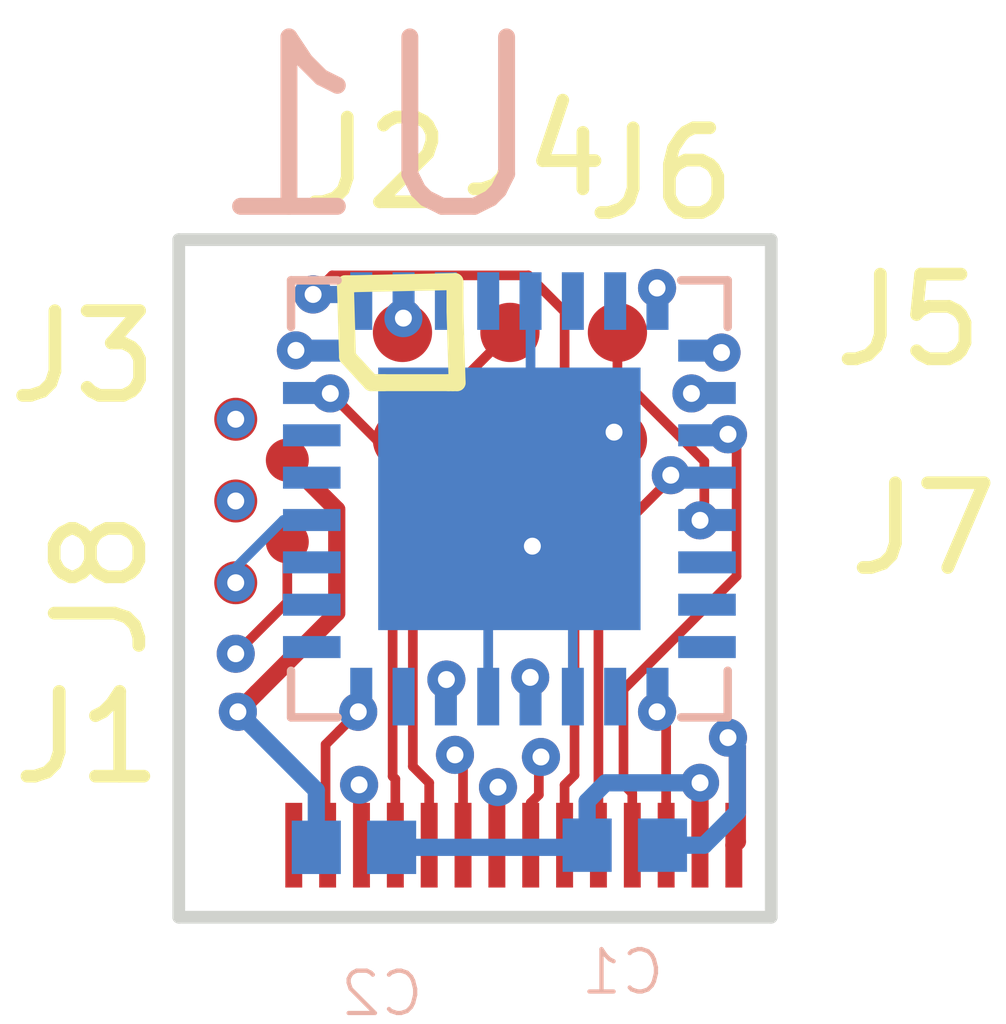
<source format=kicad_pcb>
(kicad_pcb (version 20171130) (host pcbnew "(5.0.1)-3")

  (general
    (thickness 1.6)
    (drawings 15)
    (tracks 165)
    (zones 0)
    (modules 11)
    (nets 31)
  )

  (page A4)
  (layers
    (0 F.Cu signal)
    (1 In1.Cu signal)
    (2 In2.Cu signal)
    (31 B.Cu signal)
    (32 B.Adhes user)
    (33 F.Adhes user)
    (34 B.Paste user)
    (35 F.Paste user)
    (36 B.SilkS user)
    (37 F.SilkS user)
    (38 B.Mask user)
    (39 F.Mask user)
    (40 Dwgs.User user)
    (41 Cmts.User user)
    (42 Eco1.User user)
    (43 Eco2.User user)
    (44 Edge.Cuts user)
    (45 Margin user)
    (46 B.CrtYd user)
    (47 F.CrtYd user)
    (48 B.Fab user hide)
    (49 F.Fab user hide)
  )

  (setup
    (last_trace_width 0.2032)
    (user_trace_width 0.1143)
    (user_trace_width 0.2032)
    (user_trace_width 0.3048)
    (trace_clearance 0.1143)
    (zone_clearance 0.508)
    (zone_45_only no)
    (trace_min 0.1143)
    (segment_width 0.2)
    (edge_width 0.15)
    (via_size 0.45)
    (via_drill 0.2)
    (via_min_size 0.45)
    (via_min_drill 0.2)
    (uvia_size 0.3)
    (uvia_drill 0.1)
    (uvias_allowed no)
    (uvia_min_size 0.2)
    (uvia_min_drill 0.1)
    (pcb_text_width 0.3)
    (pcb_text_size 1.5 1.5)
    (mod_edge_width 0.15)
    (mod_text_size 1 1)
    (mod_text_width 0.15)
    (pad_size 1.524 1.524)
    (pad_drill 0.762)
    (pad_to_mask_clearance 0.051)
    (solder_mask_min_width 0.25)
    (aux_axis_origin 0 0)
    (visible_elements 7FFFFFFF)
    (pcbplotparams
      (layerselection 0x010fc_ffffffff)
      (usegerberextensions false)
      (usegerberattributes false)
      (usegerberadvancedattributes false)
      (creategerberjobfile false)
      (excludeedgelayer true)
      (linewidth 0.100000)
      (plotframeref false)
      (viasonmask false)
      (mode 1)
      (useauxorigin false)
      (hpglpennumber 1)
      (hpglpenspeed 20)
      (hpglpendiameter 15.000000)
      (psnegative false)
      (psa4output false)
      (plotreference true)
      (plotvalue true)
      (plotinvisibletext false)
      (padsonsilk false)
      (subtractmaskfromsilk false)
      (outputformat 1)
      (mirror false)
      (drillshape 0)
      (scaleselection 1)
      (outputdirectory ""))
  )

  (net 0 "")
  (net 1 "Net-(U1-Pad2)")
  (net 2 "Net-(U1-Pad7)")
  (net 3 "Net-(U1-Pad9)")
  (net 4 "Net-(U1-Pad10)")
  (net 5 "Net-(U1-Pad11)")
  (net 6 "Net-(U1-Pad14)")
  (net 7 "Net-(U1-Pad19)")
  (net 8 "Net-(U1-Pad20)")
  (net 9 "Net-(U1-Pad22)")
  (net 10 "Net-(U1-Pad23)")
  (net 11 "Net-(U1-Pad30)")
  (net 12 "Net-(U1-Pad31)")
  (net 13 "Net-(U1-Pad32)")
  (net 14 GND)
  (net 15 +1V8)
  (net 16 +5V)
  (net 17 /LED)
  (net 18 +3V3)
  (net 19 /MOSI)
  (net 20 /MISO)
  (net 21 /MONITOR0)
  (net 22 /TRIGGER0)
  (net 23 /RESET_N)
  (net 24 /SCLK)
  (net 25 /SCL)
  (net 26 /SDA)
  (net 27 /SS_N)
  (net 28 /ENT1)
  (net 29 /ENT2)
  (net 30 /RESET_N_ISP)

  (net_class Default "This is the default net class."
    (clearance 0.1143)
    (trace_width 0.1143)
    (via_dia 0.45)
    (via_drill 0.2)
    (uvia_dia 0.3)
    (uvia_drill 0.1)
    (add_net +1V8)
    (add_net +3V3)
    (add_net +5V)
    (add_net /ENT1)
    (add_net /ENT2)
    (add_net /LED)
    (add_net /MISO)
    (add_net /MONITOR0)
    (add_net /MOSI)
    (add_net /RESET_N)
    (add_net /RESET_N_ISP)
    (add_net /SCL)
    (add_net /SCLK)
    (add_net /SDA)
    (add_net /SS_N)
    (add_net /TRIGGER0)
    (add_net GND)
    (add_net "Net-(U1-Pad10)")
    (add_net "Net-(U1-Pad11)")
    (add_net "Net-(U1-Pad14)")
    (add_net "Net-(U1-Pad19)")
    (add_net "Net-(U1-Pad2)")
    (add_net "Net-(U1-Pad20)")
    (add_net "Net-(U1-Pad22)")
    (add_net "Net-(U1-Pad23)")
    (add_net "Net-(U1-Pad30)")
    (add_net "Net-(U1-Pad31)")
    (add_net "Net-(U1-Pad32)")
    (add_net "Net-(U1-Pad7)")
    (add_net "Net-(U1-Pad9)")
  )

  (module .Capacitor:C_0402_1005Metric_L (layer B.Cu) (tedit 5C18ACF7) (tstamp 5C30FAF9)
    (at 52.07 57.1754 180)
    (descr "Capacitor, Chip; 1.00 mm L X 0.50 mm W X 0.65 mm H body")
    (path /5C425BE6)
    (attr smd)
    (fp_text reference C1 (at 0 0 180) (layer B.Fab)
      (effects (font (size 1 1) (thickness 0.1)) (justify mirror))
    )
    (fp_text value GRM155R71A104JA01D (at 0 0 180) (layer B.Fab)
      (effects (font (size 1.2 1.2) (thickness 0.12)) (justify mirror))
    )
    (fp_text user %R (at -3.175 -1.4732 180) (layer B.SilkS)
      (effects (font (size 0.5 0.5) (thickness 0.05)) (justify mirror))
    )
    (fp_line (start -0.25 0.25) (end -0.25 -0.25) (layer Dwgs.User) (width 0.025))
    (fp_line (start -0.25 -0.25) (end -0.5 -0.25) (layer Dwgs.User) (width 0.025))
    (fp_line (start -0.5 -0.25) (end -0.5 0.25) (layer Dwgs.User) (width 0.025))
    (fp_line (start -0.5 0.25) (end -0.25 0.25) (layer Dwgs.User) (width 0.025))
    (fp_line (start 0.25 -0.25) (end 0.25 0.25) (layer Dwgs.User) (width 0.025))
    (fp_line (start 0.25 0.25) (end 0.5 0.25) (layer Dwgs.User) (width 0.025))
    (fp_line (start 0.5 0.25) (end 0.5 -0.25) (layer Dwgs.User) (width 0.025))
    (fp_line (start 0.5 -0.25) (end 0.25 -0.25) (layer Dwgs.User) (width 0.025))
    (fp_line (start -0.5 -0.25) (end -0.5 0.25) (layer Dwgs.User) (width 0.025))
    (fp_line (start -0.5 0.25) (end 0.5 0.25) (layer Dwgs.User) (width 0.025))
    (fp_line (start 0.5 0.25) (end 0.5 -0.25) (layer Dwgs.User) (width 0.025))
    (fp_line (start 0.5 -0.25) (end -0.5 -0.25) (layer Dwgs.User) (width 0.025))
    (fp_line (start -0.58 -0.33) (end -0.58 0.33) (layer B.Fab) (width 0.12))
    (fp_line (start -0.58 0.33) (end 0.58 0.33) (layer B.Fab) (width 0.12))
    (fp_line (start 0.58 0.33) (end 0.58 -0.33) (layer B.Fab) (width 0.12))
    (fp_line (start 0.58 -0.33) (end -0.58 -0.33) (layer B.Fab) (width 0.12))
    (fp_line (start -0.84 -0.43) (end -0.84 0.43) (layer B.CrtYd) (width 0.05))
    (fp_line (start -0.84 0.43) (end 0.84 0.43) (layer B.CrtYd) (width 0.05))
    (fp_line (start 0.84 0.43) (end 0.84 -0.43) (layer B.CrtYd) (width 0.05))
    (fp_line (start 0.84 -0.43) (end -0.84 -0.43) (layer B.CrtYd) (width 0.05))
    (fp_circle (center 0 0) (end 0 -0.1612) (layer B.CrtYd) (width 0.05))
    (fp_line (start 0.215 0) (end -0.215 0) (layer B.CrtYd) (width 0.05))
    (fp_line (start 0 0.215) (end 0 -0.215) (layer B.CrtYd) (width 0.05))
    (pad 1 smd rect (at -0.445 0 180) (size 0.58 0.63) (layers B.Cu B.Paste B.Mask)
      (net 15 +1V8))
    (pad 2 smd rect (at 0.445 0 180) (size 0.58 0.63) (layers B.Cu B.Paste B.Mask)
      (net 14 GND))
    (model ${KICAD_AHARONI_LAB}/Modules/Capacitor.pretty/C_0402_1005Metric_L.STEP
      (at (xyz 0 0 0))
      (scale (xyz 1 1 1))
      (rotate (xyz -90 0 0))
    )
  )

  (module .Connector:B2B_Flex_14_Single_Row_200x1000_Pad_400P (layer F.Cu) (tedit 5C2FE4A0) (tstamp 5C30E49A)
    (at 51.3588 57.15)
    (path /5C2C7B11)
    (fp_text reference J1 (at -2.4384 -1.27) (layer F.SilkS)
      (effects (font (size 1 1) (thickness 0.15)))
    )
    (fp_text value Conn_01x14 (at 0.3556 3.048) (layer F.Fab)
      (effects (font (size 1 1) (thickness 0.15)))
    )
    (pad 1 smd rect (at 0 0) (size 0.2 1) (layers F.Cu F.Paste F.Mask)
      (net 16 +5V) (zone_connect 0))
    (pad 2 smd rect (at 0.4 0) (size 0.2 1) (layers F.Cu F.Paste F.Mask)
      (net 17 /LED) (zone_connect 0))
    (pad 3 smd rect (at 0.8 0) (size 0.2 1) (layers F.Cu F.Paste F.Mask)
      (net 18 +3V3) (zone_connect 0))
    (pad 4 smd rect (at 1.2 0) (size 0.2 1) (layers F.Cu F.Paste F.Mask)
      (net 19 /MOSI) (zone_connect 0))
    (pad 5 smd rect (at 1.6 0) (size 0.2 1) (layers F.Cu F.Paste F.Mask)
      (net 20 /MISO) (zone_connect 0))
    (pad 6 smd rect (at 2 0) (size 0.2 1) (layers F.Cu F.Paste F.Mask)
      (net 21 /MONITOR0) (zone_connect 0))
    (pad 7 smd rect (at 2.4 0) (size 0.2 1) (layers F.Cu F.Paste F.Mask)
      (net 22 /TRIGGER0) (zone_connect 0))
    (pad 8 smd rect (at 2.8 0) (size 0.2 1) (layers F.Cu F.Paste F.Mask)
      (net 23 /RESET_N) (zone_connect 0))
    (pad 9 smd rect (at 3.2 0) (size 0.2 1) (layers F.Cu F.Paste F.Mask)
      (net 24 /SCLK) (zone_connect 0))
    (pad 10 smd rect (at 3.6 0) (size 0.2 1) (layers F.Cu F.Paste F.Mask)
      (net 25 /SCL) (zone_connect 0))
    (pad 11 smd rect (at 4 0) (size 0.2 1) (layers F.Cu F.Paste F.Mask)
      (net 26 /SDA) (zone_connect 0))
    (pad 12 smd rect (at 4.4 0) (size 0.2 1) (layers F.Cu F.Paste F.Mask)
      (net 27 /SS_N) (zone_connect 0))
    (pad 13 smd rect (at 4.8 0) (size 0.2 1) (layers F.Cu F.Paste F.Mask)
      (net 15 +1V8) (zone_connect 0))
    (pad 14 smd rect (at 5.2 0) (size 0.2 1) (layers F.Cu F.Paste F.Mask)
      (net 14 GND) (zone_connect 0))
  )

  (module .Connector:B2B_Flex_05_Dual_Row_38milx24mil_Pad_20mil (layer F.Cu) (tedit 5C2DBA66) (tstamp 5C2DE2A5)
    (at 50.673 54.0512 90)
    (path /5C2E8093)
    (fp_text reference J8 (at -0.0254 -1.6002 90) (layer F.SilkS)
      (effects (font (size 1 1) (thickness 0.15)))
    )
    (fp_text value Conn_01x05 (at 0.3556 3.048 90) (layer F.Fab)
      (effects (font (size 1 1) (thickness 0.15)))
    )
    (pad 1 smd circle (at 0 0 90) (size 0.508 0.508) (layers F.Cu F.Paste F.Mask)
      (net 28 /ENT1) (zone_connect 0))
    (pad 2 smd circle (at 0.482599 0.6096 90) (size 0.508 0.508) (layers F.Cu F.Paste F.Mask)
      (net 25 /SCL) (zone_connect 0))
    (pad 3 smd circle (at 0.965199 0 90) (size 0.508 0.508) (layers F.Cu F.Paste F.Mask)
      (net 26 /SDA) (zone_connect 0))
    (pad 4 smd circle (at 1.447798 0.6096 90) (size 0.508 0.508) (layers F.Cu F.Paste F.Mask)
      (net 14 GND) (zone_connect 0))
    (pad 5 smd circle (at 1.930398 0 90) (size 0.508 0.508) (layers F.Cu F.Paste F.Mask)
      (net 18 +3V3) (zone_connect 0))
  )

  (module .Connector:Conn_1x1_700_Circular_Pad (layer F.Cu) (tedit 5C2DB783) (tstamp 5C30EA6C)
    (at 55.1832 52.3654)
    (path /5C2E36BD)
    (fp_text reference J7 (at 3.6178 1.0508) (layer F.SilkS)
      (effects (font (size 1 1) (thickness 0.15)))
    )
    (fp_text value Conn_01x01 (at 0 -0.5) (layer F.Fab)
      (effects (font (size 1 1) (thickness 0.15)))
    )
    (pad 1 smd circle (at 0 0) (size 0.7 0.7) (layers F.Cu F.Paste F.Mask)
      (net 14 GND))
  )

  (module .Connector:Conn_1x1_700_Circular_Pad (layer F.Cu) (tedit 5C2DB783) (tstamp 5C30EA78)
    (at 55.1832 51.0954)
    (path /5C2E369B)
    (fp_text reference J6 (at 0.519 -1.8702) (layer F.SilkS)
      (effects (font (size 1 1) (thickness 0.15)))
    )
    (fp_text value Conn_01x01 (at 0 -0.5) (layer F.Fab)
      (effects (font (size 1 1) (thickness 0.15)))
    )
    (pad 1 smd circle (at 0 0) (size 0.7 0.7) (layers F.Cu F.Paste F.Mask)
      (net 30 /RESET_N_ISP))
  )

  (module .Connector:Conn_1x1_700_Circular_Pad (layer F.Cu) (tedit 5C2DB783) (tstamp 5C30EA60)
    (at 53.9132 52.3654)
    (path /5C2E364B)
    (fp_text reference J5 (at 4.71 -1.413) (layer F.SilkS)
      (effects (font (size 1 1) (thickness 0.15)))
    )
    (fp_text value Conn_01x01 (at 0 -0.5) (layer F.Fab)
      (effects (font (size 1 1) (thickness 0.15)))
    )
    (pad 1 smd circle (at 0 0) (size 0.7 0.7) (layers F.Cu F.Paste F.Mask)
      (net 24 /SCLK))
  )

  (module .Connector:Conn_1x1_700_Circular_Pad (layer F.Cu) (tedit 5C2DB783) (tstamp 5C30EA3C)
    (at 53.9132 51.0954)
    (path /5C2E357E)
    (fp_text reference J4 (at 0.2904 -2.1496) (layer F.SilkS)
      (effects (font (size 1 1) (thickness 0.15)))
    )
    (fp_text value Conn_01x01 (at 0 -0.5) (layer F.Fab)
      (effects (font (size 1 1) (thickness 0.15)))
    )
    (pad 1 smd circle (at 0 0) (size 0.7 0.7) (layers F.Cu F.Paste F.Mask)
      (net 20 /MISO))
  )

  (module .Connector:Conn_1x1_700_Circular_Pad (layer F.Cu) (tedit 5C2DB783) (tstamp 5C30EA54)
    (at 52.6432 52.3654)
    (path /5C2E360D)
    (fp_text reference J3 (at -3.7736 -0.9812) (layer F.SilkS)
      (effects (font (size 1 1) (thickness 0.15)))
    )
    (fp_text value Conn_01x01 (at 0 -0.5) (layer F.Fab)
      (effects (font (size 1 1) (thickness 0.15)))
    )
    (pad 1 smd circle (at 0 0) (size 0.7 0.7) (layers F.Cu F.Paste F.Mask)
      (net 19 /MOSI))
  )

  (module .Connector:Conn_1x1_700_Circular_Pad (layer F.Cu) (tedit 5C2DB783) (tstamp 5C30EA48)
    (at 52.6432 51.0954)
    (path /5C2E362D)
    (fp_text reference J2 (at -0.3192 -1.9972) (layer F.SilkS)
      (effects (font (size 1 1) (thickness 0.15)))
    )
    (fp_text value Conn_01x01 (at 0 -0.5) (layer F.Fab)
      (effects (font (size 1 1) (thickness 0.15)))
    )
    (pad 1 smd circle (at 0 0) (size 0.7 0.7) (layers F.Cu F.Paste F.Mask)
      (net 15 +1V8))
  )

  (module .Capacitor:C_0402_1005Metric_L (layer B.Cu) (tedit 5C18ACF7) (tstamp 5C2DB6CE)
    (at 55.2704 57.15)
    (descr "Capacitor, Chip; 1.00 mm L X 0.50 mm W X 0.65 mm H body")
    (path /5C2DAF0A)
    (attr smd)
    (fp_text reference C2 (at 0 0) (layer B.Fab)
      (effects (font (size 1 1) (thickness 0.1)) (justify mirror))
    )
    (fp_text value GRM155R60J475ME87D (at 0 0) (layer B.Fab)
      (effects (font (size 1.2 1.2) (thickness 0.12)) (justify mirror))
    )
    (fp_text user %R (at -2.8702 1.7526) (layer B.SilkS)
      (effects (font (size 0.5 0.5) (thickness 0.05)) (justify mirror))
    )
    (fp_line (start -0.25 0.25) (end -0.25 -0.25) (layer Dwgs.User) (width 0.025))
    (fp_line (start -0.25 -0.25) (end -0.5 -0.25) (layer Dwgs.User) (width 0.025))
    (fp_line (start -0.5 -0.25) (end -0.5 0.25) (layer Dwgs.User) (width 0.025))
    (fp_line (start -0.5 0.25) (end -0.25 0.25) (layer Dwgs.User) (width 0.025))
    (fp_line (start 0.25 -0.25) (end 0.25 0.25) (layer Dwgs.User) (width 0.025))
    (fp_line (start 0.25 0.25) (end 0.5 0.25) (layer Dwgs.User) (width 0.025))
    (fp_line (start 0.5 0.25) (end 0.5 -0.25) (layer Dwgs.User) (width 0.025))
    (fp_line (start 0.5 -0.25) (end 0.25 -0.25) (layer Dwgs.User) (width 0.025))
    (fp_line (start -0.5 -0.25) (end -0.5 0.25) (layer Dwgs.User) (width 0.025))
    (fp_line (start -0.5 0.25) (end 0.5 0.25) (layer Dwgs.User) (width 0.025))
    (fp_line (start 0.5 0.25) (end 0.5 -0.25) (layer Dwgs.User) (width 0.025))
    (fp_line (start 0.5 -0.25) (end -0.5 -0.25) (layer Dwgs.User) (width 0.025))
    (fp_line (start -0.58 -0.33) (end -0.58 0.33) (layer B.Fab) (width 0.12))
    (fp_line (start -0.58 0.33) (end 0.58 0.33) (layer B.Fab) (width 0.12))
    (fp_line (start 0.58 0.33) (end 0.58 -0.33) (layer B.Fab) (width 0.12))
    (fp_line (start 0.58 -0.33) (end -0.58 -0.33) (layer B.Fab) (width 0.12))
    (fp_line (start -0.84 -0.43) (end -0.84 0.43) (layer B.CrtYd) (width 0.05))
    (fp_line (start -0.84 0.43) (end 0.84 0.43) (layer B.CrtYd) (width 0.05))
    (fp_line (start 0.84 0.43) (end 0.84 -0.43) (layer B.CrtYd) (width 0.05))
    (fp_line (start 0.84 -0.43) (end -0.84 -0.43) (layer B.CrtYd) (width 0.05))
    (fp_circle (center 0 0) (end 0 -0.1612) (layer B.CrtYd) (width 0.05))
    (fp_line (start 0.215 0) (end -0.215 0) (layer B.CrtYd) (width 0.05))
    (fp_line (start 0 0.215) (end 0 -0.215) (layer B.CrtYd) (width 0.05))
    (pad 1 smd rect (at -0.445 0) (size 0.58 0.63) (layers B.Cu B.Paste B.Mask)
      (net 15 +1V8))
    (pad 2 smd rect (at 0.445 0) (size 0.58 0.63) (layers B.Cu B.Paste B.Mask)
      (net 14 GND))
    (model ${KICAD_AHARONI_LAB}/Modules/Capacitor.pretty/C_0402_1005Metric_L.STEP
      (at (xyz 0 0 0))
      (scale (xyz 1 1 1))
      (rotate (xyz -90 0 0))
    )
  )

  (module .Package_QFN:QFN_33_P50_500X500X80L40X24T310L (layer B.Cu) (tedit 5C271DC0) (tstamp 5C30FCFB)
    (at 53.9064 53.0606 180)
    (descr "Quad Flat No-Lead (QFN with Tab), 0.50 mm pitch; square, 8 pin X 8 pin, 5.00 mm L X 5.00 mm W X 0.80 mm H body")
    (path /5C2C7ABA)
    (attr smd)
    (fp_text reference U1 (at 0 0 180) (layer B.Fab)
      (effects (font (size 1 1) (thickness 0.1)) (justify mirror))
    )
    (fp_text value ATmega328-MU (at 0 0 180) (layer B.Fab)
      (effects (font (size 1.2 1.2) (thickness 0.12)) (justify mirror))
    )
    (fp_text user %R (at 1.557 4.3688 180) (layer B.SilkS)
      (effects (font (size 2 2) (thickness 0.2)) (justify mirror))
    )
    (fp_line (start -1.87 -2.1) (end -1.63 -2.1) (layer Dwgs.User) (width 0.025))
    (fp_line (start -1.63 -2.1) (end -1.63 -2.5) (layer Dwgs.User) (width 0.025))
    (fp_line (start -1.63 -2.5) (end -1.87 -2.5) (layer Dwgs.User) (width 0.025))
    (fp_line (start -1.87 -2.5) (end -1.87 -2.1) (layer Dwgs.User) (width 0.025))
    (fp_line (start -1.37 -2.1) (end -1.13 -2.1) (layer Dwgs.User) (width 0.025))
    (fp_line (start -1.13 -2.1) (end -1.13 -2.5) (layer Dwgs.User) (width 0.025))
    (fp_line (start -1.13 -2.5) (end -1.37 -2.5) (layer Dwgs.User) (width 0.025))
    (fp_line (start -1.37 -2.5) (end -1.37 -2.1) (layer Dwgs.User) (width 0.025))
    (fp_line (start -0.87 -2.1) (end -0.63 -2.1) (layer Dwgs.User) (width 0.025))
    (fp_line (start -0.63 -2.1) (end -0.63 -2.5) (layer Dwgs.User) (width 0.025))
    (fp_line (start -0.63 -2.5) (end -0.87 -2.5) (layer Dwgs.User) (width 0.025))
    (fp_line (start -0.87 -2.5) (end -0.87 -2.1) (layer Dwgs.User) (width 0.025))
    (fp_line (start -0.37 -2.1) (end -0.13 -2.1) (layer Dwgs.User) (width 0.025))
    (fp_line (start -0.13 -2.1) (end -0.13 -2.5) (layer Dwgs.User) (width 0.025))
    (fp_line (start -0.13 -2.5) (end -0.37 -2.5) (layer Dwgs.User) (width 0.025))
    (fp_line (start -0.37 -2.5) (end -0.37 -2.1) (layer Dwgs.User) (width 0.025))
    (fp_line (start 0.13 -2.1) (end 0.37 -2.1) (layer Dwgs.User) (width 0.025))
    (fp_line (start 0.37 -2.1) (end 0.37 -2.5) (layer Dwgs.User) (width 0.025))
    (fp_line (start 0.37 -2.5) (end 0.13 -2.5) (layer Dwgs.User) (width 0.025))
    (fp_line (start 0.13 -2.5) (end 0.13 -2.1) (layer Dwgs.User) (width 0.025))
    (fp_line (start 0.63 -2.1) (end 0.87 -2.1) (layer Dwgs.User) (width 0.025))
    (fp_line (start 0.87 -2.1) (end 0.87 -2.5) (layer Dwgs.User) (width 0.025))
    (fp_line (start 0.87 -2.5) (end 0.63 -2.5) (layer Dwgs.User) (width 0.025))
    (fp_line (start 0.63 -2.5) (end 0.63 -2.1) (layer Dwgs.User) (width 0.025))
    (fp_line (start 1.13 -2.1) (end 1.37 -2.1) (layer Dwgs.User) (width 0.025))
    (fp_line (start 1.37 -2.1) (end 1.37 -2.5) (layer Dwgs.User) (width 0.025))
    (fp_line (start 1.37 -2.5) (end 1.13 -2.5) (layer Dwgs.User) (width 0.025))
    (fp_line (start 1.13 -2.5) (end 1.13 -2.1) (layer Dwgs.User) (width 0.025))
    (fp_line (start 1.63 -2.1) (end 1.87 -2.1) (layer Dwgs.User) (width 0.025))
    (fp_line (start 1.87 -2.1) (end 1.87 -2.5) (layer Dwgs.User) (width 0.025))
    (fp_line (start 1.87 -2.5) (end 1.63 -2.5) (layer Dwgs.User) (width 0.025))
    (fp_line (start 1.63 -2.5) (end 1.63 -2.1) (layer Dwgs.User) (width 0.025))
    (fp_line (start 2.1 -1.87) (end 2.1 -1.63) (layer Dwgs.User) (width 0.025))
    (fp_line (start 2.1 -1.63) (end 2.5 -1.63) (layer Dwgs.User) (width 0.025))
    (fp_line (start 2.5 -1.63) (end 2.5 -1.87) (layer Dwgs.User) (width 0.025))
    (fp_line (start 2.5 -1.87) (end 2.1 -1.87) (layer Dwgs.User) (width 0.025))
    (fp_line (start 2.1 -1.37) (end 2.1 -1.13) (layer Dwgs.User) (width 0.025))
    (fp_line (start 2.1 -1.13) (end 2.5 -1.13) (layer Dwgs.User) (width 0.025))
    (fp_line (start 2.5 -1.13) (end 2.5 -1.37) (layer Dwgs.User) (width 0.025))
    (fp_line (start 2.5 -1.37) (end 2.1 -1.37) (layer Dwgs.User) (width 0.025))
    (fp_line (start 2.1 -0.87) (end 2.1 -0.63) (layer Dwgs.User) (width 0.025))
    (fp_line (start 2.1 -0.63) (end 2.5 -0.63) (layer Dwgs.User) (width 0.025))
    (fp_line (start 2.5 -0.63) (end 2.5 -0.87) (layer Dwgs.User) (width 0.025))
    (fp_line (start 2.5 -0.87) (end 2.1 -0.87) (layer Dwgs.User) (width 0.025))
    (fp_line (start 2.1 -0.37) (end 2.1 -0.13) (layer Dwgs.User) (width 0.025))
    (fp_line (start 2.1 -0.13) (end 2.5 -0.13) (layer Dwgs.User) (width 0.025))
    (fp_line (start 2.5 -0.13) (end 2.5 -0.37) (layer Dwgs.User) (width 0.025))
    (fp_line (start 2.5 -0.37) (end 2.1 -0.37) (layer Dwgs.User) (width 0.025))
    (fp_line (start 2.1 0.13) (end 2.1 0.37) (layer Dwgs.User) (width 0.025))
    (fp_line (start 2.1 0.37) (end 2.5 0.37) (layer Dwgs.User) (width 0.025))
    (fp_line (start 2.5 0.37) (end 2.5 0.13) (layer Dwgs.User) (width 0.025))
    (fp_line (start 2.5 0.13) (end 2.1 0.13) (layer Dwgs.User) (width 0.025))
    (fp_line (start 2.1 0.63) (end 2.1 0.87) (layer Dwgs.User) (width 0.025))
    (fp_line (start 2.1 0.87) (end 2.5 0.87) (layer Dwgs.User) (width 0.025))
    (fp_line (start 2.5 0.87) (end 2.5 0.63) (layer Dwgs.User) (width 0.025))
    (fp_line (start 2.5 0.63) (end 2.1 0.63) (layer Dwgs.User) (width 0.025))
    (fp_line (start 2.1 1.13) (end 2.1 1.37) (layer Dwgs.User) (width 0.025))
    (fp_line (start 2.1 1.37) (end 2.5 1.37) (layer Dwgs.User) (width 0.025))
    (fp_line (start 2.5 1.37) (end 2.5 1.13) (layer Dwgs.User) (width 0.025))
    (fp_line (start 2.5 1.13) (end 2.1 1.13) (layer Dwgs.User) (width 0.025))
    (fp_line (start 2.1 1.63) (end 2.1 1.87) (layer Dwgs.User) (width 0.025))
    (fp_line (start 2.1 1.87) (end 2.5 1.87) (layer Dwgs.User) (width 0.025))
    (fp_line (start 2.5 1.87) (end 2.5 1.63) (layer Dwgs.User) (width 0.025))
    (fp_line (start 2.5 1.63) (end 2.1 1.63) (layer Dwgs.User) (width 0.025))
    (fp_line (start 1.87 2.1) (end 1.63 2.1) (layer Dwgs.User) (width 0.025))
    (fp_line (start 1.63 2.1) (end 1.63 2.5) (layer Dwgs.User) (width 0.025))
    (fp_line (start 1.63 2.5) (end 1.87 2.5) (layer Dwgs.User) (width 0.025))
    (fp_line (start 1.87 2.5) (end 1.87 2.1) (layer Dwgs.User) (width 0.025))
    (fp_line (start 1.37 2.1) (end 1.13 2.1) (layer Dwgs.User) (width 0.025))
    (fp_line (start 1.13 2.1) (end 1.13 2.5) (layer Dwgs.User) (width 0.025))
    (fp_line (start 1.13 2.5) (end 1.37 2.5) (layer Dwgs.User) (width 0.025))
    (fp_line (start 1.37 2.5) (end 1.37 2.1) (layer Dwgs.User) (width 0.025))
    (fp_line (start 0.87 2.1) (end 0.63 2.1) (layer Dwgs.User) (width 0.025))
    (fp_line (start 0.63 2.1) (end 0.63 2.5) (layer Dwgs.User) (width 0.025))
    (fp_line (start 0.63 2.5) (end 0.87 2.5) (layer Dwgs.User) (width 0.025))
    (fp_line (start 0.87 2.5) (end 0.87 2.1) (layer Dwgs.User) (width 0.025))
    (fp_line (start 0.37 2.1) (end 0.13 2.1) (layer Dwgs.User) (width 0.025))
    (fp_line (start 0.13 2.1) (end 0.13 2.5) (layer Dwgs.User) (width 0.025))
    (fp_line (start 0.13 2.5) (end 0.37 2.5) (layer Dwgs.User) (width 0.025))
    (fp_line (start 0.37 2.5) (end 0.37 2.1) (layer Dwgs.User) (width 0.025))
    (fp_line (start -0.13 2.1) (end -0.37 2.1) (layer Dwgs.User) (width 0.025))
    (fp_line (start -0.37 2.1) (end -0.37 2.5) (layer Dwgs.User) (width 0.025))
    (fp_line (start -0.37 2.5) (end -0.13 2.5) (layer Dwgs.User) (width 0.025))
    (fp_line (start -0.13 2.5) (end -0.13 2.1) (layer Dwgs.User) (width 0.025))
    (fp_line (start -0.63 2.1) (end -0.87 2.1) (layer Dwgs.User) (width 0.025))
    (fp_line (start -0.87 2.1) (end -0.87 2.5) (layer Dwgs.User) (width 0.025))
    (fp_line (start -0.87 2.5) (end -0.63 2.5) (layer Dwgs.User) (width 0.025))
    (fp_line (start -0.63 2.5) (end -0.63 2.1) (layer Dwgs.User) (width 0.025))
    (fp_line (start -1.13 2.1) (end -1.37 2.1) (layer Dwgs.User) (width 0.025))
    (fp_line (start -1.37 2.1) (end -1.37 2.5) (layer Dwgs.User) (width 0.025))
    (fp_line (start -1.37 2.5) (end -1.13 2.5) (layer Dwgs.User) (width 0.025))
    (fp_line (start -1.13 2.5) (end -1.13 2.1) (layer Dwgs.User) (width 0.025))
    (fp_line (start -1.63 2.1) (end -1.87 2.1) (layer Dwgs.User) (width 0.025))
    (fp_line (start -1.87 2.1) (end -1.87 2.5) (layer Dwgs.User) (width 0.025))
    (fp_line (start -1.87 2.5) (end -1.63 2.5) (layer Dwgs.User) (width 0.025))
    (fp_line (start -1.63 2.5) (end -1.63 2.1) (layer Dwgs.User) (width 0.025))
    (fp_line (start -2.1 1.87) (end -2.1 1.63) (layer Dwgs.User) (width 0.025))
    (fp_line (start -2.1 1.63) (end -2.5 1.63) (layer Dwgs.User) (width 0.025))
    (fp_line (start -2.5 1.63) (end -2.5 1.87) (layer Dwgs.User) (width 0.025))
    (fp_line (start -2.5 1.87) (end -2.1 1.87) (layer Dwgs.User) (width 0.025))
    (fp_line (start -2.1 1.37) (end -2.1 1.13) (layer Dwgs.User) (width 0.025))
    (fp_line (start -2.1 1.13) (end -2.5 1.13) (layer Dwgs.User) (width 0.025))
    (fp_line (start -2.5 1.13) (end -2.5 1.37) (layer Dwgs.User) (width 0.025))
    (fp_line (start -2.5 1.37) (end -2.1 1.37) (layer Dwgs.User) (width 0.025))
    (fp_line (start -2.1 0.87) (end -2.1 0.63) (layer Dwgs.User) (width 0.025))
    (fp_line (start -2.1 0.63) (end -2.5 0.63) (layer Dwgs.User) (width 0.025))
    (fp_line (start -2.5 0.63) (end -2.5 0.87) (layer Dwgs.User) (width 0.025))
    (fp_line (start -2.5 0.87) (end -2.1 0.87) (layer Dwgs.User) (width 0.025))
    (fp_line (start -2.1 0.37) (end -2.1 0.13) (layer Dwgs.User) (width 0.025))
    (fp_line (start -2.1 0.13) (end -2.5 0.13) (layer Dwgs.User) (width 0.025))
    (fp_line (start -2.5 0.13) (end -2.5 0.37) (layer Dwgs.User) (width 0.025))
    (fp_line (start -2.5 0.37) (end -2.1 0.37) (layer Dwgs.User) (width 0.025))
    (fp_line (start -2.1 -0.13) (end -2.1 -0.37) (layer Dwgs.User) (width 0.025))
    (fp_line (start -2.1 -0.37) (end -2.5 -0.37) (layer Dwgs.User) (width 0.025))
    (fp_line (start -2.5 -0.37) (end -2.5 -0.13) (layer Dwgs.User) (width 0.025))
    (fp_line (start -2.5 -0.13) (end -2.1 -0.13) (layer Dwgs.User) (width 0.025))
    (fp_line (start -2.1 -0.63) (end -2.1 -0.87) (layer Dwgs.User) (width 0.025))
    (fp_line (start -2.1 -0.87) (end -2.5 -0.87) (layer Dwgs.User) (width 0.025))
    (fp_line (start -2.5 -0.87) (end -2.5 -0.63) (layer Dwgs.User) (width 0.025))
    (fp_line (start -2.5 -0.63) (end -2.1 -0.63) (layer Dwgs.User) (width 0.025))
    (fp_line (start -2.1 -1.13) (end -2.1 -1.37) (layer Dwgs.User) (width 0.025))
    (fp_line (start -2.1 -1.37) (end -2.5 -1.37) (layer Dwgs.User) (width 0.025))
    (fp_line (start -2.5 -1.37) (end -2.5 -1.13) (layer Dwgs.User) (width 0.025))
    (fp_line (start -2.5 -1.13) (end -2.1 -1.13) (layer Dwgs.User) (width 0.025))
    (fp_line (start -2.1 -1.63) (end -2.1 -1.87) (layer Dwgs.User) (width 0.025))
    (fp_line (start -2.1 -1.87) (end -2.5 -1.87) (layer Dwgs.User) (width 0.025))
    (fp_line (start -2.5 -1.87) (end -2.5 -1.63) (layer Dwgs.User) (width 0.025))
    (fp_line (start -2.5 -1.63) (end -2.1 -1.63) (layer Dwgs.User) (width 0.025))
    (fp_line (start -1.2 -1.55) (end 1.55 -1.55) (layer Dwgs.User) (width 0.025))
    (fp_line (start 1.55 -1.55) (end 1.55 1.55) (layer Dwgs.User) (width 0.025))
    (fp_line (start 1.55 1.55) (end -1.55 1.55) (layer Dwgs.User) (width 0.025))
    (fp_line (start -1.55 1.55) (end -1.55 -1.2) (layer Dwgs.User) (width 0.025))
    (fp_line (start -1.55 -1.2) (end -1.2 -1.55) (layer Dwgs.User) (width 0.025))
    (fp_line (start -2.5 -2.5) (end -2.5 2.5) (layer Dwgs.User) (width 0.025))
    (fp_line (start -2.5 2.5) (end 2.5 2.5) (layer Dwgs.User) (width 0.025))
    (fp_line (start 2.5 2.5) (end 2.5 -2.5) (layer Dwgs.User) (width 0.025))
    (fp_line (start 2.5 -2.5) (end -2.5 -2.5) (layer Dwgs.User) (width 0.025))
    (fp_line (start -2.58 -2.58) (end -2.58 2.58) (layer B.Fab) (width 0.12))
    (fp_line (start -2.58 2.58) (end 2.58 2.58) (layer B.Fab) (width 0.12))
    (fp_line (start 2.58 2.58) (end 2.58 -2.58) (layer B.Fab) (width 0.12))
    (fp_line (start 2.58 -2.58) (end -2.58 -2.58) (layer B.Fab) (width 0.12))
    (fp_circle (center 0 0) (end 0 -0.25) (layer B.CrtYd) (width 0.05))
    (fp_line (start 0 0.35) (end 0 -0.35) (layer B.CrtYd) (width 0.05))
    (fp_line (start -0.35 0) (end 0.35 0) (layer B.CrtYd) (width 0.05))
    (fp_line (start -2.03 -2.58) (end -2.58 -2.58) (layer B.SilkS) (width 0.1))
    (fp_line (start -2.58 -2.58) (end -2.58 -2.03) (layer B.SilkS) (width 0.1))
    (fp_line (start 2.03 -2.58) (end 2.58 -2.58) (layer B.SilkS) (width 0.1))
    (fp_line (start 2.58 -2.58) (end 2.58 -2.03) (layer B.SilkS) (width 0.1))
    (fp_line (start 2.03 2.58) (end 2.58 2.58) (layer B.SilkS) (width 0.1))
    (fp_line (start 2.58 2.58) (end 2.58 2.03) (layer B.SilkS) (width 0.1))
    (fp_line (start -2.03 2.58) (end -2.58 2.58) (layer B.SilkS) (width 0.1))
    (fp_line (start -2.58 2.58) (end -2.58 2.03) (layer B.SilkS) (width 0.1))
    (fp_line (start 2.68 -2.68) (end 2.68 -1.98) (layer B.CrtYd) (width 0.05))
    (fp_line (start 2.68 -1.98) (end 2.775 -1.98) (layer B.CrtYd) (width 0.05))
    (fp_line (start 2.775 -1.98) (end 2.775 1.98) (layer B.CrtYd) (width 0.05))
    (fp_line (start 2.775 1.98) (end 2.68 1.98) (layer B.CrtYd) (width 0.05))
    (fp_line (start 2.68 1.98) (end 2.68 2.68) (layer B.CrtYd) (width 0.05))
    (fp_line (start 2.68 2.68) (end 1.98 2.68) (layer B.CrtYd) (width 0.05))
    (fp_line (start 1.98 2.68) (end 1.98 2.775) (layer B.CrtYd) (width 0.05))
    (fp_line (start 1.98 2.775) (end -1.98 2.775) (layer B.CrtYd) (width 0.05))
    (fp_line (start -1.98 2.775) (end -1.98 2.68) (layer B.CrtYd) (width 0.05))
    (fp_line (start -1.98 2.68) (end -2.68 2.68) (layer B.CrtYd) (width 0.05))
    (fp_line (start -2.68 2.68) (end -2.68 1.98) (layer B.CrtYd) (width 0.05))
    (fp_line (start -2.68 1.98) (end -2.775 1.98) (layer B.CrtYd) (width 0.05))
    (fp_line (start -2.775 1.98) (end -2.775 -1.98) (layer B.CrtYd) (width 0.05))
    (fp_line (start -2.775 -1.98) (end -2.68 -1.98) (layer B.CrtYd) (width 0.05))
    (fp_line (start -2.68 -1.98) (end -2.68 -2.68) (layer B.CrtYd) (width 0.05))
    (fp_line (start -2.68 -2.68) (end -1.98 -2.68) (layer B.CrtYd) (width 0.05))
    (fp_line (start -1.98 -2.68) (end -1.98 -2.775) (layer B.CrtYd) (width 0.05))
    (fp_line (start -1.98 -2.775) (end 1.98 -2.775) (layer B.CrtYd) (width 0.05))
    (fp_line (start 1.98 -2.775) (end 1.98 -2.68) (layer B.CrtYd) (width 0.05))
    (fp_line (start 1.98 -2.68) (end 2.68 -2.68) (layer B.CrtYd) (width 0.05))
    (pad 1 smd rect (at -1.75 -2.335 90) (size 0.68 0.26) (layers B.Cu B.Paste B.Mask)
      (net 27 /SS_N))
    (pad 2 smd rect (at -1.25 -2.335 90) (size 0.68 0.26) (layers B.Cu B.Paste B.Mask)
      (net 1 "Net-(U1-Pad2)"))
    (pad 3 smd rect (at -0.75 -2.335 90) (size 0.68 0.26) (layers B.Cu B.Paste B.Mask)
      (net 14 GND))
    (pad 4 smd rect (at -0.25 -2.335 90) (size 0.68 0.26) (layers B.Cu B.Paste B.Mask)
      (net 15 +1V8))
    (pad 5 smd rect (at 0.25 -2.335 90) (size 0.68 0.26) (layers B.Cu B.Paste B.Mask)
      (net 14 GND))
    (pad 6 smd rect (at 0.75 -2.335 90) (size 0.68 0.26) (layers B.Cu B.Paste B.Mask)
      (net 15 +1V8))
    (pad 7 smd rect (at 1.25 -2.335 90) (size 0.68 0.26) (layers B.Cu B.Paste B.Mask)
      (net 2 "Net-(U1-Pad7)"))
    (pad 8 smd rect (at 1.75 -2.335 90) (size 0.68 0.26) (layers B.Cu B.Paste B.Mask)
      (net 17 /LED))
    (pad 9 smd rect (at 2.335 -1.75 180) (size 0.68 0.26) (layers B.Cu B.Paste B.Mask)
      (net 3 "Net-(U1-Pad9)"))
    (pad 10 smd rect (at 2.335 -1.25 180) (size 0.68 0.26) (layers B.Cu B.Paste B.Mask)
      (net 4 "Net-(U1-Pad10)"))
    (pad 11 smd rect (at 2.335 -0.75 180) (size 0.68 0.26) (layers B.Cu B.Paste B.Mask)
      (net 5 "Net-(U1-Pad11)"))
    (pad 12 smd rect (at 2.335 -0.25 180) (size 0.68 0.26) (layers B.Cu B.Paste B.Mask)
      (net 28 /ENT1))
    (pad 13 smd rect (at 2.335 0.25 180) (size 0.68 0.26) (layers B.Cu B.Paste B.Mask)
      (net 29 /ENT2))
    (pad 14 smd rect (at 2.335 0.75 180) (size 0.68 0.26) (layers B.Cu B.Paste B.Mask)
      (net 6 "Net-(U1-Pad14)"))
    (pad 15 smd rect (at 2.335 1.25 180) (size 0.68 0.26) (layers B.Cu B.Paste B.Mask)
      (net 19 /MOSI))
    (pad 16 smd rect (at 2.335 1.75 180) (size 0.68 0.26) (layers B.Cu B.Paste B.Mask)
      (net 20 /MISO))
    (pad 17 smd rect (at 1.75 2.335 90) (size 0.68 0.26) (layers B.Cu B.Paste B.Mask)
      (net 24 /SCLK))
    (pad 18 smd rect (at 1.25 2.335 90) (size 0.68 0.26) (layers B.Cu B.Paste B.Mask)
      (net 15 +1V8))
    (pad 19 smd rect (at 0.75 2.335 90) (size 0.68 0.26) (layers B.Cu B.Paste B.Mask)
      (net 7 "Net-(U1-Pad19)"))
    (pad 20 smd rect (at 0.25 2.335 90) (size 0.68 0.26) (layers B.Cu B.Paste B.Mask)
      (net 8 "Net-(U1-Pad20)"))
    (pad 21 smd rect (at -0.25 2.335 90) (size 0.68 0.26) (layers B.Cu B.Paste B.Mask)
      (net 14 GND))
    (pad 22 smd rect (at -0.75 2.335 90) (size 0.68 0.26) (layers B.Cu B.Paste B.Mask)
      (net 9 "Net-(U1-Pad22)"))
    (pad 23 smd rect (at -1.25 2.335 90) (size 0.68 0.26) (layers B.Cu B.Paste B.Mask)
      (net 10 "Net-(U1-Pad23)"))
    (pad 24 smd rect (at -1.75 2.335 90) (size 0.68 0.26) (layers B.Cu B.Paste B.Mask)
      (net 21 /MONITOR0))
    (pad 25 smd rect (at -2.335 1.75 180) (size 0.68 0.26) (layers B.Cu B.Paste B.Mask)
      (net 22 /TRIGGER0))
    (pad 26 smd rect (at -2.335 1.25 180) (size 0.68 0.26) (layers B.Cu B.Paste B.Mask)
      (net 23 /RESET_N))
    (pad 27 smd rect (at -2.335 0.75 180) (size 0.68 0.26) (layers B.Cu B.Paste B.Mask)
      (net 26 /SDA))
    (pad 28 smd rect (at -2.335 0.25 180) (size 0.68 0.26) (layers B.Cu B.Paste B.Mask)
      (net 25 /SCL))
    (pad 29 smd rect (at -2.335 -0.25 180) (size 0.68 0.26) (layers B.Cu B.Paste B.Mask)
      (net 30 /RESET_N_ISP))
    (pad 30 smd rect (at -2.335 -0.75 180) (size 0.68 0.26) (layers B.Cu B.Paste B.Mask)
      (net 11 "Net-(U1-Pad30)"))
    (pad 31 smd rect (at -2.335 -1.25 180) (size 0.68 0.26) (layers B.Cu B.Paste B.Mask)
      (net 12 "Net-(U1-Pad31)"))
    (pad 32 smd rect (at -2.335 -1.75 180) (size 0.68 0.26) (layers B.Cu B.Paste B.Mask)
      (net 13 "Net-(U1-Pad32)"))
    (pad 33 smd rect (at 0 0 180) (size 3.1 3.1) (layers B.Cu B.Paste B.Mask)
      (net 14 GND) (solder_paste_margin -0.1) (solder_paste_margin_ratio -0.5))
    (pad "" smd rect (at 0.775 -0.775 90) (size 1.35 1.35) (layers B.Paste))
    (pad "" smd rect (at 0.775 0.775 90) (size 1.35 1.35) (layers B.Paste))
    (pad "" smd rect (at -0.775 -0.775 90) (size 1.35 1.35) (layers B.Paste))
    (pad "" smd rect (at -0.775 0.775 90) (size 1.35 1.35) (layers B.Paste))
    (model ${KICAD_AHARONI_LAB}/Modules/Package_QFN.pretty/QFN_33_P50_500X500X80L40X24T310L.STEP
      (at (xyz 0 0 0))
      (scale (xyz 1 1 1))
      (rotate (xyz -90 0 0))
    )
  )

  (gr_line (start 52.2732 51.689) (end 52.4256 51.689) (layer F.SilkS) (width 0.2))
  (gr_line (start 51.9938 51.3842) (end 52.2732 51.689) (layer F.SilkS) (width 0.2))
  (gr_line (start 51.9684 50.5206) (end 51.9938 51.3842) (layer F.SilkS) (width 0.2))
  (gr_line (start 52.07 50.5206) (end 51.9684 50.5206) (layer F.SilkS) (width 0.2))
  (gr_line (start 53.2638 50.4952) (end 52.07 50.5206) (layer F.SilkS) (width 0.2))
  (gr_line (start 53.2638 50.5714) (end 53.2638 50.4952) (layer F.SilkS) (width 0.2))
  (gr_line (start 53.2638 50.8254) (end 53.2638 50.5714) (layer F.SilkS) (width 0.2))
  (gr_line (start 53.2892 51.689) (end 53.2638 50.8508) (layer F.SilkS) (width 0.2))
  (gr_line (start 53.2384 51.689) (end 53.2892 51.689) (layer F.SilkS) (width 0.2))
  (gr_line (start 53.1876 51.689) (end 53.2384 51.689) (layer F.SilkS) (width 0.2))
  (gr_line (start 52.3494 51.689) (end 53.1876 51.689) (layer F.SilkS) (width 0.2))
  (gr_line (start 50 58) (end 50 50) (layer Edge.Cuts) (width 0.15))
  (gr_line (start 57 58) (end 50 58) (layer Edge.Cuts) (width 0.15))
  (gr_line (start 57 50) (end 57 58) (layer Edge.Cuts) (width 0.15))
  (gr_line (start 50 50) (end 57 50) (layer Edge.Cuts) (width 0.15))

  (via (at 50.6984 55.5752) (size 0.45) (drill 0.2) (layers F.Cu B.Cu) (net 14))
  (via (at 50.673 54.8894) (size 0.45) (drill 0.2) (layers F.Cu B.Cu) (net 25))
  (via (at 50.673 53.086) (size 0.45) (drill 0.2) (layers F.Cu B.Cu) (net 26))
  (via (at 50.673 52.1208) (size 0.45) (drill 0.2) (layers F.Cu B.Cu) (net 18))
  (via (at 50.673 54.0512) (size 0.45) (drill 0.2) (layers F.Cu B.Cu) (net 28))
  (via (at 51.5874 50.6476) (size 0.45) (drill 0.2) (layers F.Cu B.Cu) (net 24))
  (via (at 51.7906 51.816) (size 0.45) (drill 0.2) (layers F.Cu B.Cu) (net 19))
  (via (at 51.3842 51.308) (size 0.45) (drill 0.2) (layers F.Cu B.Cu) (net 20))
  (via (at 52.1208 55.5752) (size 0.45) (drill 0.2) (layers F.Cu B.Cu) (net 17))
  (via (at 53.1622 55.1942) (size 0.45) (drill 0.2) (layers F.Cu B.Cu) (net 15))
  (via (at 53.2638 56.0832) (size 0.45) (drill 0.2) (layers F.Cu B.Cu) (net 21))
  (via (at 53.7718 56.4642) (size 0.45) (drill 0.2) (layers F.Cu B.Cu) (net 22))
  (via (at 54.2798 56.1086) (size 0.45) (drill 0.2) (layers F.Cu B.Cu) (net 23))
  (via (at 56.4896 52.2986) (size 0.45) (drill 0.2) (layers F.Cu B.Cu) (net 26))
  (via (at 56.4896 55.88) (size 0.45) (drill 0.2) (layers F.Cu B.Cu) (net 14))
  (segment (start 53.6564 53.3106) (end 53.9064 53.0606) (width 0.1143) (layer B.Cu) (net 14))
  (segment (start 53.6564 55.3956) (end 53.6564 53.3106) (width 0.1143) (layer B.Cu) (net 14))
  (segment (start 54.6564 53.8106) (end 54.1782 53.6194) (width 0.1143) (layer B.Cu) (net 14))
  (segment (start 54.6564 55.3956) (end 54.6564 53.8106) (width 0.1143) (layer B.Cu) (net 14))
  (segment (start 54.1564 52.8106) (end 53.9064 53.0606) (width 0.1143) (layer B.Cu) (net 14))
  (segment (start 54.1564 50.7256) (end 54.1564 52.8106) (width 0.1143) (layer B.Cu) (net 14))
  (segment (start 54.1782 53.6194) (end 53.9064 53.0606) (width 0.1143) (layer B.Cu) (net 14) (tstamp 5C310838))
  (via (at 54.1782 53.6194) (size 0.45) (drill 0.2) (layers F.Cu B.Cu) (net 14))
  (segment (start 54.496398 53.6194) (end 54.1782 53.6194) (width 0.2032) (layer In1.Cu) (net 14))
  (segment (start 54.547198 53.6194) (end 54.496398 53.6194) (width 0.2032) (layer In1.Cu) (net 14))
  (segment (start 56.4896 55.561802) (end 54.547198 53.6194) (width 0.2032) (layer In1.Cu) (net 14))
  (segment (start 56.4896 55.88) (end 56.4896 55.561802) (width 0.2032) (layer In1.Cu) (net 14))
  (segment (start 52.6542 53.6194) (end 50.6984 55.5752) (width 0.2032) (layer In1.Cu) (net 14))
  (segment (start 54.1782 53.6194) (end 52.6542 53.6194) (width 0.2032) (layer In1.Cu) (net 14))
  (via (at 55.1434 52.2732) (size 0.45) (drill 0.2) (layers F.Cu B.Cu) (net 14))
  (segment (start 51.625 56.5018) (end 50.6984 55.5752) (width 0.2032) (layer B.Cu) (net 14))
  (segment (start 51.625 57.1754) (end 51.625 56.5018) (width 0.2032) (layer B.Cu) (net 14))
  (segment (start 50.923399 55.350201) (end 50.6984 55.5752) (width 0.2032) (layer F.Cu) (net 14))
  (segment (start 51.8668 54.4068) (end 50.923399 55.350201) (width 0.2032) (layer F.Cu) (net 14))
  (segment (start 51.2826 52.603402) (end 51.8668 53.187602) (width 0.2032) (layer F.Cu) (net 14))
  (segment (start 51.8668 53.187602) (end 51.8668 54.4068) (width 0.2032) (layer F.Cu) (net 14))
  (segment (start 56.600301 57.108499) (end 56.5588 57.15) (width 0.2032) (layer F.Cu) (net 14))
  (segment (start 56.4896 55.88) (end 56.600301 55.990701) (width 0.2032) (layer F.Cu) (net 14))
  (segment (start 56.600301 55.990701) (end 56.600301 57.108499) (width 0.2032) (layer F.Cu) (net 14))
  (segment (start 56.2086 57.15) (end 55.7154 57.15) (width 0.2032) (layer B.Cu) (net 14))
  (segment (start 56.600301 56.758299) (end 56.2086 57.15) (width 0.2032) (layer B.Cu) (net 14))
  (segment (start 56.4896 55.88) (end 56.600301 55.990701) (width 0.2032) (layer B.Cu) (net 14))
  (segment (start 56.600301 55.990701) (end 56.600301 56.758299) (width 0.2032) (layer B.Cu) (net 14))
  (via (at 55.6514 55.5752) (size 0.45) (drill 0.2) (layers F.Cu B.Cu) (net 27))
  (via (at 56.1594 56.4134) (size 0.45) (drill 0.2) (layers F.Cu B.Cu) (net 15))
  (via (at 56.0578 51.816) (size 0.45) (drill 0.2) (layers F.Cu B.Cu) (net 23))
  (via (at 56.4134 51.3334) (size 0.45) (drill 0.2) (layers F.Cu B.Cu) (net 22))
  (via (at 55.6514 50.5714) (size 0.45) (drill 0.2) (layers F.Cu B.Cu) (net 21))
  (via (at 52.6542 50.927) (size 0.45) (drill 0.2) (layers F.Cu B.Cu) (net 15))
  (segment (start 54.377799 55.469999) (end 54.1528 55.1688) (width 0.2032) (layer In1.Cu) (net 15))
  (segment (start 55.096201 56.188401) (end 54.377799 55.469999) (width 0.2032) (layer In1.Cu) (net 15))
  (segment (start 55.934401 56.188401) (end 55.096201 56.188401) (width 0.2032) (layer In1.Cu) (net 15))
  (segment (start 56.1594 56.4134) (end 55.934401 56.188401) (width 0.2032) (layer In1.Cu) (net 15))
  (segment (start 53.213 55.245) (end 53.1622 55.1942) (width 0.2032) (layer In1.Cu) (net 15))
  (segment (start 54.1528 55.245) (end 53.213 55.245) (width 0.2032) (layer In1.Cu) (net 15))
  (segment (start 54.8 57.1754) (end 54.8254 57.15) (width 0.2032) (layer B.Cu) (net 15))
  (segment (start 52.515 57.1754) (end 54.8 57.1754) (width 0.2032) (layer B.Cu) (net 15))
  (segment (start 54.8254 56.6318) (end 54.8254 57.15) (width 0.2032) (layer B.Cu) (net 15))
  (segment (start 55.0438 56.4134) (end 54.8254 56.6318) (width 0.2032) (layer B.Cu) (net 15))
  (segment (start 56.1594 56.4134) (end 55.0438 56.4134) (width 0.2032) (layer B.Cu) (net 15))
  (segment (start 56.1588 56.414) (end 56.1594 56.4134) (width 0.2032) (layer F.Cu) (net 15))
  (segment (start 56.1588 57.15) (end 56.1588 56.414) (width 0.2032) (layer F.Cu) (net 15))
  (segment (start 54.1528 55.1688) (end 54.1528 55.245) (width 0.2032) (layer In1.Cu) (net 15) (tstamp 5C311864))
  (via (at 54.1528 55.1688) (size 0.45) (drill 0.2) (layers F.Cu B.Cu) (net 15))
  (segment (start 53.2638 51.5874) (end 52.6034 50.927) (width 0.2032) (layer In2.Cu) (net 15))
  (segment (start 53.1622 55.1942) (end 53.2638 55.0926) (width 0.2032) (layer In2.Cu) (net 15))
  (segment (start 53.2638 55.0926) (end 53.2638 51.5874) (width 0.2032) (layer In2.Cu) (net 15))
  (segment (start 51.734288 57.125488) (end 51.734288 55.961712) (width 0.1143) (layer F.Cu) (net 17))
  (segment (start 51.734288 55.961712) (end 51.895801 55.800199) (width 0.1143) (layer F.Cu) (net 17))
  (segment (start 51.7588 57.15) (end 51.734288 57.125488) (width 0.1143) (layer F.Cu) (net 17))
  (segment (start 51.895801 55.800199) (end 52.1208 55.5752) (width 0.1143) (layer F.Cu) (net 17))
  (via (at 52.13074 56.437127) (size 0.45) (drill 0.2) (layers F.Cu B.Cu) (net 18))
  (segment (start 52.1588 56.465187) (end 52.13074 56.437127) (width 0.1143) (layer F.Cu) (net 18))
  (segment (start 52.1588 57.15) (end 52.1588 56.465187) (width 0.1143) (layer F.Cu) (net 18))
  (segment (start 50.897999 52.345799) (end 50.673 52.1208) (width 0.2032) (layer In2.Cu) (net 18))
  (segment (start 52.561701 54.009501) (end 50.897999 52.345799) (width 0.2032) (layer In2.Cu) (net 18))
  (segment (start 52.561701 56.006166) (end 52.561701 54.009501) (width 0.2032) (layer In2.Cu) (net 18))
  (segment (start 52.13074 56.437127) (end 52.561701 56.006166) (width 0.2032) (layer In2.Cu) (net 18))
  (segment (start 52.4764 52.5322) (end 52.6432 52.3654) (width 0.1143) (layer F.Cu) (net 19))
  (segment (start 52.34 52.3654) (end 51.7906 51.816) (width 0.1143) (layer F.Cu) (net 19))
  (segment (start 52.6432 52.3654) (end 52.34 52.3654) (width 0.1143) (layer F.Cu) (net 19))
  (segment (start 52.5272 56.3372) (end 52.5272 52.1512) (width 0.1143) (layer F.Cu) (net 19))
  (segment (start 52.5588 57.15) (end 52.5588 56.3688) (width 0.1143) (layer F.Cu) (net 19))
  (segment (start 52.5588 56.3688) (end 52.5272 56.3372) (width 0.1143) (layer F.Cu) (net 19))
  (segment (start 53.2892 51.7194) (end 53.9132 51.0954) (width 0.1143) (layer F.Cu) (net 20))
  (segment (start 51.702398 51.308) (end 51.3842 51.308) (width 0.1143) (layer F.Cu) (net 20))
  (segment (start 51.869348 51.308) (end 51.702398 51.308) (width 0.1143) (layer F.Cu) (net 20))
  (segment (start 52.280748 51.7194) (end 51.869348 51.308) (width 0.1143) (layer F.Cu) (net 20))
  (segment (start 53.2892 51.7194) (end 52.280748 51.7194) (width 0.1143) (layer F.Cu) (net 20))
  (segment (start 53.2892 52.6796) (end 53.2892 51.7194) (width 0.1143) (layer F.Cu) (net 20))
  (segment (start 52.765749 53.203051) (end 53.2892 52.6796) (width 0.1143) (layer F.Cu) (net 20))
  (segment (start 52.9588 57.15) (end 52.9588 56.4132) (width 0.1143) (layer F.Cu) (net 20))
  (segment (start 52.9588 56.4132) (end 52.765749 56.220149) (width 0.1143) (layer F.Cu) (net 20))
  (segment (start 52.765749 56.220149) (end 52.765749 53.203051) (width 0.1143) (layer F.Cu) (net 20))
  (segment (start 53.3588 56.0644) (end 53.3654 56.0578) (width 0.1143) (layer F.Cu) (net 21))
  (segment (start 53.3588 57.15) (end 53.3588 56.0644) (width 0.1143) (layer F.Cu) (net 21))
  (segment (start 55.426401 50.796399) (end 55.6514 50.5714) (width 0.1143) (layer In2.Cu) (net 21))
  (segment (start 53.6448 52.578) (end 55.426401 50.796399) (width 0.1143) (layer In2.Cu) (net 21))
  (segment (start 53.3654 56.0578) (end 53.6448 55.7784) (width 0.1143) (layer In2.Cu) (net 21))
  (segment (start 53.6448 55.7784) (end 53.6448 52.578) (width 0.1143) (layer In2.Cu) (net 21))
  (segment (start 53.7972 57.1116) (end 53.7588 57.15) (width 0.1143) (layer F.Cu) (net 22))
  (segment (start 53.7972 56.4134) (end 53.7972 57.1116) (width 0.1143) (layer F.Cu) (net 22))
  (segment (start 56.095202 51.3334) (end 56.4134 51.3334) (width 0.1143) (layer In2.Cu) (net 22))
  (segment (start 55.4736 51.3334) (end 56.095202 51.3334) (width 0.1143) (layer In2.Cu) (net 22))
  (segment (start 53.7972 55.9816) (end 54.137349 55.641451) (width 0.1143) (layer In2.Cu) (net 22))
  (segment (start 53.7972 56.4134) (end 53.7972 55.9816) (width 0.1143) (layer In2.Cu) (net 22))
  (segment (start 54.137349 55.641451) (end 54.343097 55.641451) (width 0.1143) (layer In2.Cu) (net 22))
  (segment (start 54.343097 55.641451) (end 54.6608 55.323748) (width 0.1143) (layer In2.Cu) (net 22))
  (segment (start 54.6608 55.323748) (end 54.6608 52.1462) (width 0.1143) (layer In2.Cu) (net 22))
  (segment (start 54.6608 52.1462) (end 55.4736 51.3334) (width 0.1143) (layer In2.Cu) (net 22))
  (segment (start 54.2544 56.0832) (end 54.2798 56.0578) (width 0.1143) (layer F.Cu) (net 23))
  (segment (start 54.2544 56.554749) (end 54.2544 56.0832) (width 0.1143) (layer F.Cu) (net 23))
  (segment (start 54.1588 57.15) (end 54.1588 56.650349) (width 0.1143) (layer F.Cu) (net 23))
  (segment (start 54.1588 56.650349) (end 54.2544 56.554749) (width 0.1143) (layer F.Cu) (net 23))
  (segment (start 56.0578 51.9684) (end 56.0578 51.816) (width 0.1143) (layer In2.Cu) (net 23))
  (segment (start 55.3974 52.6288) (end 56.0578 51.9684) (width 0.1143) (layer In2.Cu) (net 23))
  (segment (start 55.3974 53.447799) (end 55.3974 52.6288) (width 0.1143) (layer In2.Cu) (net 23))
  (segment (start 55.483549 53.533948) (end 55.3974 53.447799) (width 0.1143) (layer In2.Cu) (net 23))
  (segment (start 54.2798 56.0578) (end 55.483549 54.854051) (width 0.1143) (layer In2.Cu) (net 23))
  (segment (start 55.483549 54.854051) (end 55.483549 53.533948) (width 0.1143) (layer In2.Cu) (net 23))
  (segment (start 52.0784 50.6476) (end 52.1564 50.7256) (width 0.2032) (layer B.Cu) (net 24))
  (segment (start 51.5874 50.6476) (end 52.0784 50.6476) (width 0.2032) (layer B.Cu) (net 24))
  (segment (start 51.812399 50.422601) (end 51.5874 50.6476) (width 0.1143) (layer F.Cu) (net 24))
  (segment (start 54.131001 50.422601) (end 51.812399 50.422601) (width 0.1143) (layer F.Cu) (net 24))
  (segment (start 54.5592 50.8508) (end 54.131001 50.422601) (width 0.1143) (layer F.Cu) (net 24))
  (segment (start 53.9132 52.3654) (end 54.5592 51.7194) (width 0.1143) (layer F.Cu) (net 24))
  (segment (start 54.5592 51.7194) (end 54.5592 50.8508) (width 0.1143) (layer F.Cu) (net 24))
  (segment (start 54.263199 52.715399) (end 53.9132 52.3654) (width 0.1143) (layer F.Cu) (net 24))
  (segment (start 54.676251 53.128451) (end 54.263199 52.715399) (width 0.1143) (layer F.Cu) (net 24))
  (segment (start 54.676251 56.321749) (end 54.676251 53.128451) (width 0.1143) (layer F.Cu) (net 24))
  (segment (start 54.5588 57.15) (end 54.5588 56.4392) (width 0.1143) (layer F.Cu) (net 24))
  (segment (start 54.5588 56.4392) (end 54.676251 56.321749) (width 0.1143) (layer F.Cu) (net 24))
  (segment (start 51.2826 54.2798) (end 50.673 54.8894) (width 0.1143) (layer F.Cu) (net 25))
  (segment (start 51.2826 53.568601) (end 51.2826 54.2798) (width 0.1143) (layer F.Cu) (net 25))
  (segment (start 52.7558 52.8066) (end 50.673 54.8894) (width 0.1143) (layer In1.Cu) (net 25))
  (segment (start 55.88 52.8066) (end 52.7558 52.8066) (width 0.1143) (layer In1.Cu) (net 25))
  (segment (start 55.827133 52.8066) (end 55.88 52.8066) (width 0.1143) (layer F.Cu) (net 25))
  (via (at 55.813568 52.781409) (size 0.45) (drill 0.2) (layers F.Cu B.Cu) (net 25))
  (segment (start 54.9588 57.15) (end 54.9588 53.674933) (width 0.1143) (layer F.Cu) (net 25))
  (segment (start 56.131766 52.781409) (end 55.813568 52.781409) (width 0.1143) (layer B.Cu) (net 25))
  (segment (start 54.9588 53.674933) (end 55.827133 52.8066) (width 0.1143) (layer F.Cu) (net 25))
  (segment (start 56.212209 52.781409) (end 56.131766 52.781409) (width 0.1143) (layer B.Cu) (net 25))
  (segment (start 56.2414 52.8106) (end 56.212209 52.781409) (width 0.1143) (layer B.Cu) (net 25))
  (segment (start 56.5912 52.451) (end 56.4388 52.2986) (width 0.1143) (layer F.Cu) (net 26))
  (segment (start 56.5912 53.975) (end 56.5912 52.451) (width 0.1143) (layer F.Cu) (net 26))
  (segment (start 55.254949 55.311251) (end 56.5912 53.975) (width 0.1143) (layer F.Cu) (net 26))
  (segment (start 55.254949 56.431849) (end 55.254949 55.311251) (width 0.1143) (layer F.Cu) (net 26))
  (segment (start 55.3588 57.15) (end 55.3588 56.5357) (width 0.1143) (layer F.Cu) (net 26))
  (segment (start 55.3588 56.5357) (end 55.254949 56.431849) (width 0.1143) (layer F.Cu) (net 26))
  (segment (start 50.991198 53.086) (end 50.673 53.086) (width 0.1143) (layer In1.Cu) (net 26))
  (segment (start 52.0954 53.086) (end 50.991198 53.086) (width 0.1143) (layer In1.Cu) (net 26))
  (segment (start 53.3146 51.8668) (end 52.0954 53.086) (width 0.1143) (layer In1.Cu) (net 26))
  (segment (start 55.372 51.8668) (end 53.3146 51.8668) (width 0.1143) (layer In1.Cu) (net 26))
  (segment (start 56.4388 52.2986) (end 55.8038 52.2986) (width 0.1143) (layer In1.Cu) (net 26))
  (segment (start 55.8038 52.2986) (end 55.372 51.8668) (width 0.1143) (layer In1.Cu) (net 26))
  (segment (start 55.7588 55.6826) (end 55.6514 55.5752) (width 0.1143) (layer F.Cu) (net 27))
  (segment (start 55.7588 57.15) (end 55.7588 55.6826) (width 0.1143) (layer F.Cu) (net 27))
  (segment (start 50.673 53.8734) (end 50.673 54.0512) (width 0.1143) (layer B.Cu) (net 28))
  (segment (start 51.5714 53.3106) (end 51.2358 53.3106) (width 0.1143) (layer B.Cu) (net 28))
  (segment (start 51.2358 53.3106) (end 50.673 53.8734) (width 0.1143) (layer B.Cu) (net 28))
  (via (at 56.159232 53.3146) (size 0.45) (drill 0.2) (layers F.Cu B.Cu) (net 30))
  (segment (start 56.2102 53.263632) (end 56.159232 53.3146) (width 0.1143) (layer F.Cu) (net 30))
  (segment (start 56.2102 52.617374) (end 56.2102 53.263632) (width 0.1143) (layer F.Cu) (net 30))
  (segment (start 55.1832 51.0954) (end 55.1832 51.590374) (width 0.1143) (layer F.Cu) (net 30))
  (segment (start 55.1832 51.590374) (end 56.2102 52.617374) (width 0.1143) (layer F.Cu) (net 30))

)

</source>
